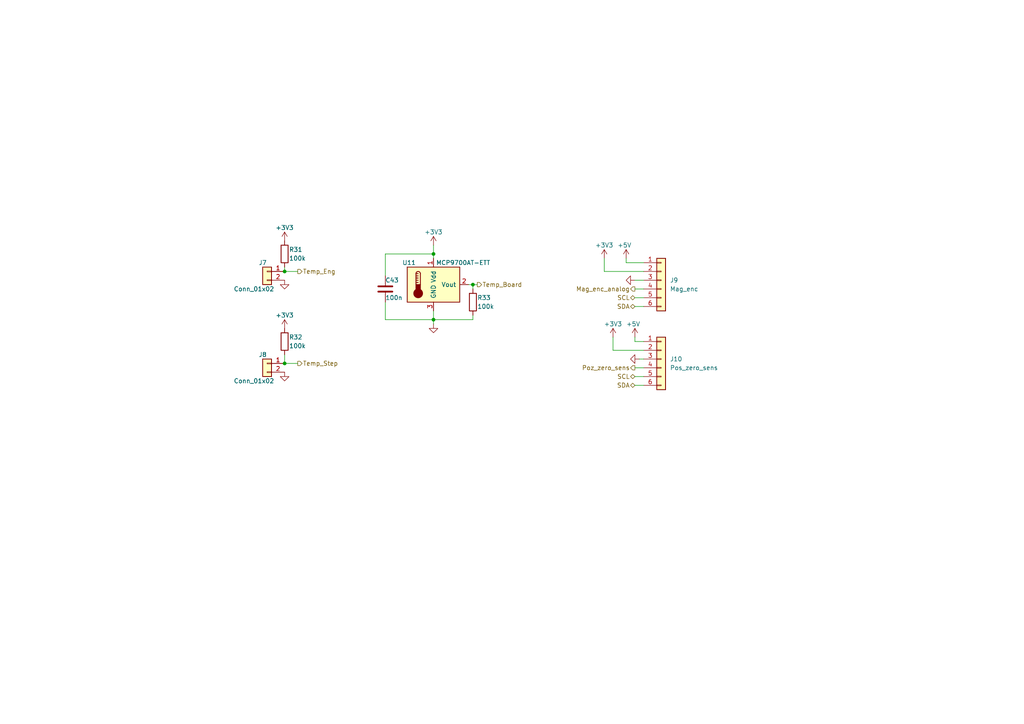
<source format=kicad_sch>
(kicad_sch (version 20230121) (generator eeschema)
  (paper "A4")
  (title_block (title "Sensors") (date "2023-12-25") (rev "0.1") (company "Power Supply ") (comment 1 "Magnetic Encoder and Temperature sensors"))
  (lib_symbols
    (symbol "Connector_Generic:Conn_01x02" (pin_names (offset 1.016) hide)
      (property "Reference" "J" (at 0 2.54 0))
      (property "Value" "Conn_01x02" (at 0 -5.08 0))
      (symbol "Conn_01x02_1_1"
        (rectangle (start -1.27 -2.413) (end 0 -2.667) (stroke (width 0.1524)))
        (rectangle (start -1.27 0.127) (end 0 -0.127) (stroke (width 0.1524)))
        (rectangle (start -1.27 1.27) (end 1.27 -3.81) (stroke (width 0.254)) (fill (type background)))
        (pin passive line (at -5.08 0 0) (length 3.81) (name "Pin_1") (number "1"))
        (pin passive line (at -5.08 -2.54 0) (length 3.81) (name "Pin_2") (number "2"))
      )
    )
    (symbol "Connector_Generic:Conn_01x06" (pin_names (offset 1.016) hide)
      (property "Reference" "J" (at 0 7.62 0))
      (property "Value" "Conn_01x06" (at 0 -10.16 0))
      (symbol "Conn_01x06_1_1"
        (rectangle (start -1.27 -7.493) (end 0 -7.747) (stroke (width 0.1524)))
        (rectangle (start -1.27 -4.953) (end 0 -5.207) (stroke (width 0.1524)))
        (rectangle (start -1.27 -2.413) (end 0 -2.667) (stroke (width 0.1524)))
        (rectangle (start -1.27 0.127) (end 0 -0.127) (stroke (width 0.1524)))
        (rectangle (start -1.27 2.667) (end 0 2.413) (stroke (width 0.1524)))
        (rectangle (start -1.27 5.207) (end 0 4.953) (stroke (width 0.1524)))
        (rectangle (start -1.27 6.35) (end 1.27 -8.89) (stroke (width 0.254)) (fill (type background)))
        (pin passive line (at -5.08 5.08 0) (length 3.81) (name "Pin_1") (number "1"))
        (pin passive line (at -5.08 2.54 0) (length 3.81) (name "Pin_2") (number "2"))
        (pin passive line (at -5.08 0 0) (length 3.81) (name "Pin_3") (number "3"))
        (pin passive line (at -5.08 -2.54 0) (length 3.81) (name "Pin_4") (number "4"))
        (pin passive line (at -5.08 -5.08 0) (length 3.81) (name "Pin_5") (number "5"))
        (pin passive line (at -5.08 -7.62 0) (length 3.81) (name "Pin_6") (number "6"))
      )
    )
    (symbol "Device:C" (pin_numbers hide) (pin_names (offset 0.254))
      (property "Reference" "C" (at 0.635 2.54 0))
      (property "Value" "C" (at 0.635 -2.54 0))
      (symbol "C_0_1"
        (polyline (pts (xy -2.032 -0.762) (xy 2.032 -0.762)) (stroke (width 0.508)))
        (polyline (pts (xy -2.032 0.762) (xy 2.032 0.762)) (stroke (width 0.508)))
      )
      (symbol "C_1_1"
        (pin passive line (at 0 3.81 270) (length 2.794) (name "~") (number "1"))
        (pin passive line (at 0 -3.81 90) (length 2.794) (name "~") (number "2"))
      )
    )
    (symbol "Device:R" (pin_numbers hide) (pin_names (offset 0))
      (property "Reference" "R" (at 2.032 0 90))
      (property "Value" "R" (at 0 0 90))
      (symbol "R_0_1"
        (rectangle (start -1.016 -2.54) (end 1.016 2.54) (stroke (width 0.254)))
      )
      (symbol "R_1_1"
        (pin passive line (at 0 3.81 270) (length 1.27) (name "~") (number "1"))
        (pin passive line (at 0 -3.81 90) (length 1.27) (name "~") (number "2"))
      )
    )
    (symbol "Sensor_Temperature:MCP9700AT-ETT" (pin_names (offset 1.016))
      (property "Reference" "U" (at -6.35 6.35 0))
      (property "Value" "MCP9700AT-ETT" (at 1.27 6.35 0))
      (symbol "MCP9700AT-ETT_0_1"
        (rectangle (start -7.62 5.08) (end 7.62 -5.08) (stroke (width 0.254)) (fill (type background)))
        (circle (center -4.445 -2.54) (radius 1.27) (stroke (width 0.254)) (fill (type outline)))
        (rectangle (start -3.81 -1.905) (end -5.08 0) (stroke (width 0.254)) (fill (type outline)))
        (arc (start -3.81 3.175) (mid -4.445 3.8073) (end -5.08 3.175) (stroke (width 0.254)))
        (polyline (pts (xy -5.08 0.635) (xy -4.445 0.635)) (stroke (width 0.254)))
        (polyline (pts (xy -5.08 1.27) (xy -4.445 1.27)) (stroke (width 0.254)))
        (polyline (pts (xy -5.08 1.905) (xy -4.445 1.905)) (stroke (width 0.254)))
        (polyline (pts (xy -5.08 2.54) (xy -4.445 2.54)) (stroke (width 0.254)))
        (polyline (pts (xy -5.08 3.175) (xy -5.08 0)) (stroke (width 0.254)))
        (polyline (pts (xy -5.08 3.175) (xy -4.445 3.175)) (stroke (width 0.254)))
        (polyline (pts (xy -3.81 3.175) (xy -3.81 0)) (stroke (width 0.254)))
      )
      (symbol "MCP9700AT-ETT_1_1"
        (pin power_in line (at 0 7.62 270) (length 2.54) (name "Vdd") (number "1"))
        (pin output line (at 10.16 0 180) (length 2.54) (name "Vout") (number "2"))
        (pin power_in line (at 0 -7.62 90) (length 2.54) (name "GND") (number "3"))
      )
    )
    (symbol "power:+3V3" (power) (pin_names (offset 0))
      (property "Value" "+3V3" (at 0 3.556 0))
      (symbol "+3V3_0_1"
        (polyline (pts (xy -0.762 1.27) (xy 0 2.54)))
        (polyline (pts (xy 0 0) (xy 0 2.54)))
        (polyline (pts (xy 0 2.54) (xy 0.762 1.27)))
      )
      (symbol "+3V3_1_1"
        (pin power_in line (at 0 0 90) (length 0) hide (name "+3V3") (number "1"))
      )
    )
    (symbol "power:+5V" (power) (pin_names (offset 0))
      (property "Value" "+5V" (at 0 3.556 0))
      (symbol "+5V_0_1"
        (polyline (pts (xy -0.762 1.27) (xy 0 2.54)))
        (polyline (pts (xy 0 0) (xy 0 2.54)))
        (polyline (pts (xy 0 2.54) (xy 0.762 1.27)))
      )
      (symbol "+5V_1_1"
        (pin power_in line (at 0 0 90) (length 0) hide (name "+5V") (number "1"))
      )
    )
    (symbol "power:GND" (power) (pin_names (offset 0))
      (property "Value" "GND" (at 0 -3.81 0))
      (symbol "GND_0_1"
        (polyline (pts (xy 0 0) (xy 0 -1.27) (xy 1.27 -1.27) (xy 0 -2.54) (xy -1.27 -1.27) (xy 0 -1.27)))
      )
      (symbol "GND_1_1"
        (pin power_in line (at 0 0 270) (length 0) hide (name "GND") (number "1"))
      )
    )
  )
  (junction (at 137.16 82.55))
  (junction (at 125.73 73.66))
  (junction (at 82.55 105.41))
  (junction (at 125.73 92.71))
  (junction (at 82.55 78.74))
  (wire (pts (xy 186.69 101.6) (xy 177.8 101.6)))
  (wire (pts (xy 177.8 101.6) (xy 177.8 97.79)))
  (wire (pts (xy 125.73 93.98) (xy 125.73 92.71)))
  (wire (pts (xy 185.42 104.14) (xy 186.69 104.14)))
  (wire (pts (xy 184.15 86.36) (xy 186.69 86.36)))
  (wire (pts (xy 125.73 73.66) (xy 125.73 74.93)))
  (wire (pts (xy 137.16 82.55) (xy 138.43 82.55)))
  (wire (pts (xy 82.55 105.41) (xy 86.36 105.41)))
  (wire (pts (xy 125.73 71.12) (xy 125.73 73.66)))
  (wire (pts (xy 184.15 83.82) (xy 186.69 83.82)))
  (wire (pts (xy 184.15 99.06) (xy 186.69 99.06)))
  (wire (pts (xy 175.26 78.74) (xy 175.26 74.93)))
  (wire (pts (xy 111.76 80.01) (xy 111.76 73.66)))
  (wire (pts (xy 82.55 102.87) (xy 82.55 105.41)))
  (wire (pts (xy 184.15 109.22) (xy 186.69 109.22)))
  (wire (pts (xy 111.76 87.63) (xy 111.76 92.71)))
  (wire (pts (xy 137.16 82.55) (xy 137.16 83.82)))
  (wire (pts (xy 82.55 77.47) (xy 82.55 78.74)))
  (wire (pts (xy 111.76 73.66) (xy 125.73 73.66)))
  (wire (pts (xy 181.61 76.2) (xy 186.69 76.2)))
  (wire (pts (xy 184.15 81.28) (xy 186.69 81.28)))
  (wire (pts (xy 125.73 90.17) (xy 125.73 92.71)))
  (wire (pts (xy 82.55 78.74) (xy 86.36 78.74)))
  (wire (pts (xy 175.26 78.74) (xy 186.69 78.74)))
  (wire (pts (xy 137.16 91.44) (xy 137.16 92.71)))
  (wire (pts (xy 135.89 82.55) (xy 137.16 82.55)))
  (wire (pts (xy 181.61 76.2) (xy 181.61 74.93)))
  (wire (pts (xy 111.76 92.71) (xy 125.73 92.71)))
  (wire (pts (xy 184.15 111.76) (xy 186.69 111.76)))
  (wire (pts (xy 184.15 99.06) (xy 184.15 97.79)))
  (wire (pts (xy 125.73 92.71) (xy 137.16 92.71)))
  (wire (pts (xy 184.15 106.68) (xy 186.69 106.68)))
  (wire (pts (xy 184.15 88.9) (xy 186.69 88.9)))
  (hierarchical_label "Temp_Board" (shape output) (at 138.43 82.55 0))
  (hierarchical_label "SCL" (shape bidirectional) (at 184.15 109.22 180))
  (hierarchical_label "Mag_enc_analog" (shape output) (at 184.15 83.82 180))
  (hierarchical_label "Poz_zero_sens" (shape output) (at 184.15 106.68 180))
  (hierarchical_label "SDA" (shape bidirectional) (at 184.15 88.9 180))
  (hierarchical_label "SDA" (shape bidirectional) (at 184.15 111.76 180))
  (hierarchical_label "SCL" (shape bidirectional) (at 184.15 86.36 180))
  (hierarchical_label "Temp_Eng" (shape output) (at 86.36 78.74 0))
  (hierarchical_label "Temp_Step" (shape output) (at 86.36 105.41 0))
  (symbol (lib_id "power:GND") (at 125.73 93.98 0) (unit 1)
    (property "Reference" "#PWR075" (effects hide))
    (property "Value" "GND" (effects hide))
    (instances (project "sdrac_board" (path "" (reference "#PWR075") (unit 1))) (project "motor controller" (path "" (reference "#PWR084") (unit 1))))
  )
  (symbol (lib_id "power:+5V") (at 181.61 74.93 0) (unit 1)
    (property "Reference" "#PWR077" (effects hide))
    (property "Value" "+5V" (at 179.07 71.12 0) (effects (justify left)))
  )
  (symbol (lib_id "power:+3V3") (at 82.55 95.25 0) (unit 1)
    (property "Reference" "#PWR072" (effects hide))
    (property "Value" "+3V3" (at 82.55 91.44 0))
    (instances (project "sdrac_board" (path "" (reference "#PWR072") (unit 1))) (project "motor controller" (path "" (reference "#PWR083") (unit 1))))
  )
  (symbol (lib_id "power:GND") (at 82.55 81.28 0) (unit 1)
    (property "Reference" "#PWR071" (effects hide))
    (property "Value" "GND" (effects hide))
    (instances (project "sdrac_board" (path "" (reference "#PWR071") (unit 1))) (project "motor controller" (path "" (reference "#PWR084") (unit 1))))
  )
  (symbol (lib_id "Connector_Generic:Conn_01x06") (at 191.77 104.14 0) (unit 1)
    (property "Reference" "J10" (at 194.31 104.14 0) (effects (justify left)))
    (property "Value" "Pos_zero_sens" (at 194.31 106.68 0) (effects (justify left)))
    (property "Footprint" "Connector_Molex:Molex_Micro-Fit_3.0_43045-0612_2x03_P3.00mm_Vertical" (effects hide))
  )
  (symbol (lib_id "Connector_Generic:Conn_01x06") (at 191.77 81.28 0) (unit 1)
    (property "Reference" "J9" (at 194.31 81.28 0) (effects (justify left)))
    (property "Value" "Mag_enc" (at 194.31 83.82 0) (effects (justify left)))
    (property "Footprint" "Connector_Molex:Molex_Micro-Fit_3.0_43045-0612_2x03_P3.00mm_Vertical" (effects hide))
  )
  (symbol (lib_id "power:GND") (at 82.55 107.95 0) (unit 1)
    (property "Reference" "#PWR073" (effects hide))
    (property "Value" "GND" (effects hide))
    (instances (project "sdrac_board" (path "" (reference "#PWR073") (unit 1))) (project "motor controller" (path "" (reference "#PWR084") (unit 1))))
  )
  (symbol (lib_id "power:+3V3") (at 82.55 69.85 0) (unit 1)
    (property "Reference" "#PWR070" (effects hide))
    (property "Value" "+3V3" (at 82.55 66.04 0))
    (instances (project "sdrac_board" (path "" (reference "#PWR070") (unit 1))) (project "motor controller" (path "" (reference "#PWR083") (unit 1))))
  )
  (symbol (lib_id "Connector_Generic:Conn_01x02") (at 77.47 105.41 0) (mirror y) (unit 1)
    (property "Reference" "J8" (at 76.2 102.87 0))
    (property "Value" "Conn_01x02" (at 73.66 110.49 0))
    (property "Footprint" "Connector_Molex:Molex_Micro-Fit_3.0_43045-0212_2x01_P3.00mm_Vertical" (effects hide))
    (instances (project "sdrac_board" (path "" (reference "J8") (unit 1))) (project "motor controller" (path "" (reference "J7") (unit 1))))
  )
  (symbol (lib_id "power:GND") (at 185.42 104.14 270) (unit 1)
    (property "Reference" "#PWR082" (effects hide))
    (property "Value" "GND" (effects hide))
    (instances (project "sdrac_board" (path "" (reference "#PWR082") (unit 1))) (project "motor controller" (path "" (reference "#PWR090") (unit 1))))
  )
  (symbol (lib_id "Sensor_Temperature:MCP9700AT-ETT") (at 125.73 82.55 0) (unit 1)
    (property "Reference" "U11" (at 120.65 76.2 0) (effects (justify right)))
    (property "Value" "MCP9700AT-ETT" (at 142.24 76.2 0) (effects (justify right)))
    (property "Footprint" "Package_TO_SOT_SMD:SOT-23" (effects hide))
    (property "Datasheet" "http://ww1.microchip.com/downloads/en/DeviceDoc/21942e.pdf" (effects hide))
    (instances (project "sdrac_board" (path "" (reference "U11") (unit 1))) (project "motor controller" (path "" (reference "U10") (unit 1))))
  )
  (symbol (lib_id "power:+3V3") (at 175.26 74.93 0) (unit 1)
    (property "Reference" "#PWR076" (effects hide))
    (property "Value" "+3V3" (at 175.26 71.12 0))
  )
  (symbol (lib_id "power:+3V3") (at 177.8 97.79 0) (unit 1)
    (property "Reference" "#PWR080" (effects hide))
    (property "Value" "+3V3" (at 177.8 93.98 0))
  )
  (symbol (lib_id "Device:R") (at 82.55 73.66 0) (unit 1)
    (property "Reference" "R31" (at 83.82 72.39 0) (effects (justify left)))
    (property "Value" "100k" (at 83.82 74.93 0) (effects (justify left)))
    (property "Footprint" "Resistor_SMD:R_0402_1005Metric" (effects hide))
    (instances (project "sdrac_board" (path "" (reference "R31") (unit 1))) (project "motor controller" (path "" (reference "R47") (unit 1))))
  )
  (symbol (lib_id "Device:R") (at 137.16 87.63 0) (unit 1)
    (property "Reference" "R33" (at 138.43 86.36 0) (effects (justify left)))
    (property "Value" "100k" (at 138.43 88.9 0) (effects (justify left)))
    (property "Footprint" "Resistor_SMD:R_0402_1005Metric" (effects hide))
    (instances (project "sdrac_board" (path "" (reference "R33") (unit 1))) (project "motor controller" (path "" (reference "R47") (unit 1))))
  )
  (symbol (lib_id "Connector_Generic:Conn_01x02") (at 77.47 78.74 0) (mirror y) (unit 1)
    (property "Reference" "J7" (at 76.2 76.2 0))
    (property "Value" "Conn_01x02" (at 73.66 83.82 0))
    (property "Footprint" "Connector_Molex:Molex_Micro-Fit_3.0_43045-0212_2x01_P3.00mm_Vertical" (effects hide))
  )
  (symbol (lib_id "Device:C") (at 111.76 83.82 0) (unit 1)
    (property "Reference" "C43" (at 111.76 81.28 0) (effects (justify left)))
    (property "Value" "100n" (at 111.76 86.36 0) (effects (justify left)))
    (property "Footprint" "Capacitor_SMD:C_0402_1005Metric" (effects hide))
    (instances (project "sdrac_board" (path "" (reference "C43") (unit 1))) (project "motor controller" (path "" (reference "C42") (unit 1))))
  )
  (symbol (lib_id "power:+3V3") (at 125.73 71.12 0) (unit 1)
    (property "Reference" "#PWR074" (effects hide))
    (property "Value" "+3V3" (at 125.73 67.31 0))
  )
  (symbol (lib_id "power:GND") (at 184.15 81.28 270) (unit 1)
    (property "Reference" "#PWR079" (effects hide))
    (property "Value" "GND" (effects hide))
    (instances (project "sdrac_board" (path "" (reference "#PWR079") (unit 1))) (project "motor controller" (path "" (reference "#PWR090") (unit 1))))
  )
  (symbol (lib_id "Device:R") (at 82.55 99.06 0) (unit 1)
    (property "Reference" "R32" (at 83.82 97.79 0) (effects (justify left)))
    (property "Value" "100k" (at 83.82 100.33 0) (effects (justify left)))
    (property "Footprint" "Resistor_SMD:R_0402_1005Metric" (effects hide))
    (instances (project "sdrac_board" (path "" (reference "R32") (unit 1))) (project "motor controller" (path "" (reference "R47") (unit 1))))
  )
  (symbol (lib_id "power:+5V") (at 184.15 97.79 0) (unit 1)
    (property "Reference" "#PWR081" (effects hide))
    (property "Value" "+5V" (at 181.61 93.98 0) (effects (justify left)))
  )
)
</source>
